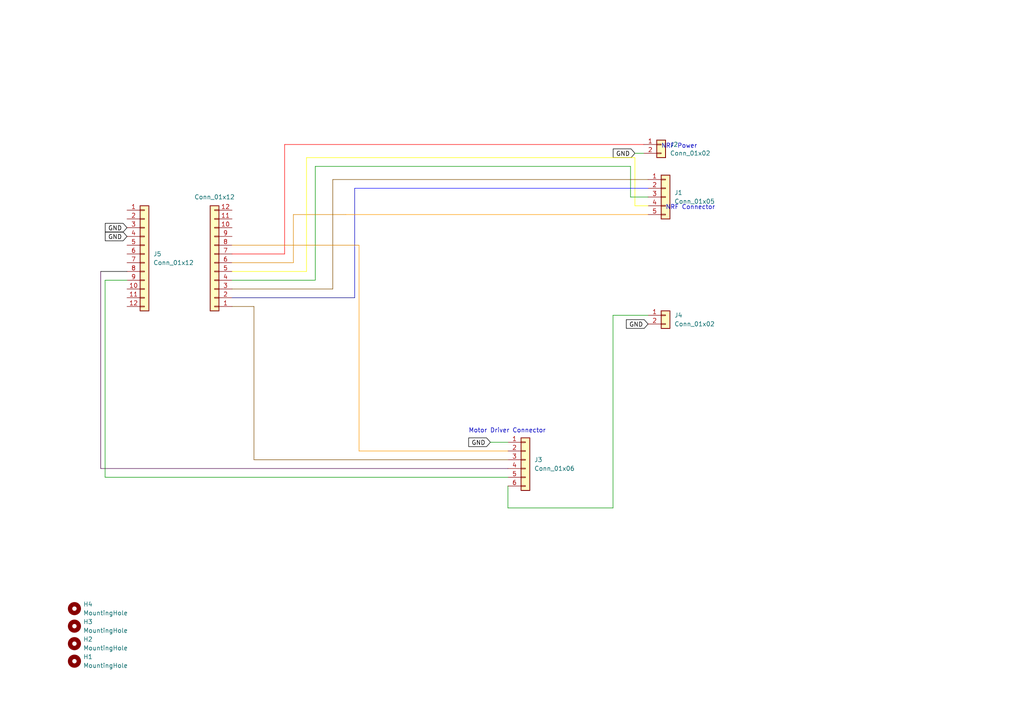
<source format=kicad_sch>
(kicad_sch (version 20230121) (generator eeschema)
  (paper "A4")
  (lib_symbols
    (symbol "Connector_Generic:Conn_01x02" (pin_names (offset 1.016) hide)
      (property "Reference" "J" (at 0 2.54 0))
      (property "Value" "Conn_01x02" (at 0 -5.08 0))
      (symbol "Conn_01x02_1_1"
        (rectangle (start -1.27 -2.413) (end 0 -2.667) (stroke (width 0.1524)))
        (rectangle (start -1.27 0.127) (end 0 -0.127) (stroke (width 0.1524)))
        (rectangle (start -1.27 1.27) (end 1.27 -3.81) (stroke (width 0.254)) (fill (type background)))
        (pin passive line (at -5.08 0 0) (length 3.81) (name "Pin_1") (number "1"))
        (pin passive line (at -5.08 -2.54 0) (length 3.81) (name "Pin_2") (number "2"))
      )
    )
    (symbol "Connector_Generic:Conn_01x05" (pin_names (offset 1.016) hide)
      (property "Reference" "J" (at 0 7.62 0))
      (property "Value" "Conn_01x05" (at 0 -7.62 0))
      (symbol "Conn_01x05_1_1"
        (rectangle (start -1.27 -4.953) (end 0 -5.207) (stroke (width 0.1524)))
        (rectangle (start -1.27 -2.413) (end 0 -2.667) (stroke (width 0.1524)))
        (rectangle (start -1.27 0.127) (end 0 -0.127) (stroke (width 0.1524)))
        (rectangle (start -1.27 2.667) (end 0 2.413) (stroke (width 0.1524)))
        (rectangle (start -1.27 5.207) (end 0 4.953) (stroke (width 0.1524)))
        (rectangle (start -1.27 6.35) (end 1.27 -6.35) (stroke (width 0.254)) (fill (type background)))
        (pin passive line (at -5.08 5.08 0) (length 3.81) (name "Pin_1") (number "1"))
        (pin passive line (at -5.08 2.54 0) (length 3.81) (name "Pin_2") (number "2"))
        (pin passive line (at -5.08 0 0) (length 3.81) (name "Pin_3") (number "3"))
        (pin passive line (at -5.08 -2.54 0) (length 3.81) (name "Pin_4") (number "4"))
        (pin passive line (at -5.08 -5.08 0) (length 3.81) (name "Pin_5") (number "5"))
      )
    )
    (symbol "Connector_Generic:Conn_01x06" (pin_names (offset 1.016) hide)
      (property "Reference" "J" (at 0 7.62 0))
      (property "Value" "Conn_01x06" (at 0 -10.16 0))
      (symbol "Conn_01x06_1_1"
        (rectangle (start -1.27 -7.493) (end 0 -7.747) (stroke (width 0.1524)))
        (rectangle (start -1.27 -4.953) (end 0 -5.207) (stroke (width 0.1524)))
        (rectangle (start -1.27 -2.413) (end 0 -2.667) (stroke (width 0.1524)))
        (rectangle (start -1.27 0.127) (end 0 -0.127) (stroke (width 0.1524)))
        (rectangle (start -1.27 2.667) (end 0 2.413) (stroke (width 0.1524)))
        (rectangle (start -1.27 5.207) (end 0 4.953) (stroke (width 0.1524)))
        (rectangle (start -1.27 6.35) (end 1.27 -8.89) (stroke (width 0.254)) (fill (type background)))
        (pin passive line (at -5.08 5.08 0) (length 3.81) (name "Pin_1") (number "1"))
        (pin passive line (at -5.08 2.54 0) (length 3.81) (name "Pin_2") (number "2"))
        (pin passive line (at -5.08 0 0) (length 3.81) (name "Pin_3") (number "3"))
        (pin passive line (at -5.08 -2.54 0) (length 3.81) (name "Pin_4") (number "4"))
        (pin passive line (at -5.08 -5.08 0) (length 3.81) (name "Pin_5") (number "5"))
        (pin passive line (at -5.08 -7.62 0) (length 3.81) (name "Pin_6") (number "6"))
      )
    )
    (symbol "Connector_Generic:Conn_01x12" (pin_names (offset 1.016) hide)
      (property "Reference" "J" (at 0 15.24 0))
      (property "Value" "Conn_01x12" (at 0 -17.78 0))
      (symbol "Conn_01x12_1_1"
        (rectangle (start -1.27 -15.113) (end 0 -15.367) (stroke (width 0.1524)))
        (rectangle (start -1.27 -12.573) (end 0 -12.827) (stroke (width 0.1524)))
        (rectangle (start -1.27 -10.033) (end 0 -10.287) (stroke (width 0.1524)))
        (rectangle (start -1.27 -7.493) (end 0 -7.747) (stroke (width 0.1524)))
        (rectangle (start -1.27 -4.953) (end 0 -5.207) (stroke (width 0.1524)))
        (rectangle (start -1.27 -2.413) (end 0 -2.667) (stroke (width 0.1524)))
        (rectangle (start -1.27 0.127) (end 0 -0.127) (stroke (width 0.1524)))
        (rectangle (start -1.27 2.667) (end 0 2.413) (stroke (width 0.1524)))
        (rectangle (start -1.27 5.207) (end 0 4.953) (stroke (width 0.1524)))
        (rectangle (start -1.27 7.747) (end 0 7.493) (stroke (width 0.1524)))
        (rectangle (start -1.27 10.287) (end 0 10.033) (stroke (width 0.1524)))
        (rectangle (start -1.27 12.827) (end 0 12.573) (stroke (width 0.1524)))
        (rectangle (start -1.27 13.97) (end 1.27 -16.51) (stroke (width 0.254)) (fill (type background)))
        (pin passive line (at -5.08 12.7 0) (length 3.81) (name "Pin_1") (number "1"))
        (pin passive line (at -5.08 -10.16 0) (length 3.81) (name "Pin_10") (number "10"))
        (pin passive line (at -5.08 -12.7 0) (length 3.81) (name "Pin_11") (number "11"))
        (pin passive line (at -5.08 -15.24 0) (length 3.81) (name "Pin_12") (number "12"))
        (pin passive line (at -5.08 10.16 0) (length 3.81) (name "Pin_2") (number "2"))
        (pin passive line (at -5.08 7.62 0) (length 3.81) (name "Pin_3") (number "3"))
        (pin passive line (at -5.08 5.08 0) (length 3.81) (name "Pin_4") (number "4"))
        (pin passive line (at -5.08 2.54 0) (length 3.81) (name "Pin_5") (number "5"))
        (pin passive line (at -5.08 0 0) (length 3.81) (name "Pin_6") (number "6"))
        (pin passive line (at -5.08 -2.54 0) (length 3.81) (name "Pin_7") (number "7"))
        (pin passive line (at -5.08 -5.08 0) (length 3.81) (name "Pin_8") (number "8"))
        (pin passive line (at -5.08 -7.62 0) (length 3.81) (name "Pin_9") (number "9"))
      )
    )
    (symbol "Mechanical:MountingHole" (pin_names (offset 1.016))
      (property "Reference" "H" (at 0 5.08 0))
      (property "Value" "MountingHole" (at 0 3.175 0))
      (symbol "MountingHole_0_1"
        (circle (center 0 0) (radius 1.27) (stroke (width 1.27)))
      )
    )
  )
  (wire (pts (xy 182.88 48.26) (xy 91.44 48.26)))
  (wire (pts (xy 177.8 91.44) (xy 187.96 91.44)))
  (wire (pts (xy 104.14 130.81) (xy 147.32 130.81)) (stroke (width 0) (color 255 153 0 1)))
  (wire (pts (xy 187.96 57.15) (xy 182.88 57.15)))
  (wire (pts (xy 182.88 57.15) (xy 182.88 48.26)))
  (wire (pts (xy 73.66 88.9) (xy 67.31 88.9)) (stroke (width 0) (color 128 77 0 1)))
  (wire (pts (xy 88.9 78.74) (xy 67.31 78.74)) (stroke (width 0) (color 255 255 0 1)))
  (wire (pts (xy 102.87 54.61) (xy 187.96 54.61)) (stroke (width 0) (color 0 0 255 1)))
  (wire (pts (xy 73.66 133.35) (xy 147.32 133.35)) (stroke (width 0) (color 128 77 0 1)))
  (wire (pts (xy 30.48 81.28) (xy 30.48 138.43)))
  (wire (pts (xy 29.21 135.89) (xy 147.32 135.89)) (stroke (width 0) (color 72 0 72 1)))
  (wire (pts (xy 147.32 147.32) (xy 177.8 147.32)))
  (wire (pts (xy 30.48 138.43) (xy 147.32 138.43)))
  (wire (pts (xy 82.55 41.91) (xy 82.55 73.66)) (stroke (width 0) (color 255 0 0 1)))
  (wire (pts (xy 82.55 41.91) (xy 186.69 41.91)) (stroke (width 0) (color 255 0 0 1)))
  (wire (pts (xy 73.66 133.35) (xy 73.66 88.9)) (stroke (width 0) (color 128 77 0 1)))
  (wire (pts (xy 184.15 59.69) (xy 184.15 45.72)) (stroke (width 0) (color 255 255 0 1)))
  (wire (pts (xy 82.55 73.66) (xy 67.31 73.66)) (stroke (width 0) (color 255 0 0 1)))
  (wire (pts (xy 104.14 71.12) (xy 104.14 130.81)) (stroke (width 0) (color 255 153 0 1)))
  (wire (pts (xy 91.44 48.26) (xy 91.44 81.28)))
  (wire (pts (xy 67.31 71.12) (xy 104.14 71.12)) (stroke (width 0) (color 221 133 0 1)))
  (wire (pts (xy 102.87 54.61) (xy 102.87 86.36)) (stroke (width 0) (color 0 0 194 1)))
  (wire (pts (xy 96.52 83.82) (xy 67.31 83.82)) (stroke (width 0) (color 128 77 0 1)))
  (wire (pts (xy 91.44 81.28) (xy 67.31 81.28)))
  (wire (pts (xy 100.33 62.23) (xy 187.96 62.23)) (stroke (width 0) (color 255 153 0 1)))
  (wire (pts (xy 100.33 62.23) (xy 85.09 62.23)) (stroke (width 0) (color 221 133 0 1)))
  (wire (pts (xy 88.9 45.72) (xy 88.9 78.74)) (stroke (width 0) (color 255 255 0 1)))
  (wire (pts (xy 147.32 140.97) (xy 147.32 147.32)))
  (wire (pts (xy 96.52 52.07) (xy 187.96 52.07)) (stroke (width 0) (color 128 77 0 1)))
  (wire (pts (xy 186.69 44.45) (xy 184.15 44.45)))
  (wire (pts (xy 102.87 86.36) (xy 67.31 86.36)) (stroke (width 0) (color 0 0 132 1)))
  (wire (pts (xy 30.48 81.28) (xy 36.83 81.28)))
  (wire (pts (xy 96.52 52.07) (xy 96.52 83.82)) (stroke (width 0) (color 128 77 0 1)))
  (wire (pts (xy 187.96 59.69) (xy 184.15 59.69)) (stroke (width 0) (color 255 255 0 1)))
  (wire (pts (xy 177.8 147.32) (xy 177.8 91.44)))
  (wire (pts (xy 85.09 76.2) (xy 67.31 76.2)) (stroke (width 0) (color 221 133 0 1)))
  (wire (pts (xy 29.21 78.74) (xy 29.21 135.89)) (stroke (width 0) (color 72 0 72 1)))
  (wire (pts (xy 184.15 45.72) (xy 88.9 45.72)) (stroke (width 0) (color 255 255 0 1)))
  (wire (pts (xy 147.32 128.27) (xy 142.24 128.27)))
  (wire (pts (xy 29.21 78.74) (xy 36.83 78.74)) (stroke (width 0) (color 0 0 0 1)))
  (wire (pts (xy 85.09 62.23) (xy 85.09 76.2)) (stroke (width 0) (color 221 133 0 1)))
  (text "Motor Driver Connector\n" (at 135.89 125.73 0) (effects (font (size 1.27 1.27)) (justify left bottom)))
  (text "NRF Connector\n" (at 193.04 60.96 0) (effects (font (size 1.27 1.27)) (justify left bottom)))
  (text "NRF Power\n" (at 191.77 43.18 0) (effects (font (size 1.27 1.27)) (justify left bottom)))
  (global_label "GND" (shape input) (at 142.24 128.27 180) (property "Intersheetrefs" "${INTERSHEET_REFS}" (effects hide)))
  (global_label "GND" (shape input) (at 36.83 68.58 180) (property "Intersheetrefs" "${INTERSHEET_REFS}" (effects hide)))
  (global_label "GND" (shape input) (at 184.15 44.45 180) (property "Intersheetrefs" "${INTERSHEET_REFS}" (effects hide)))
  (global_label "GND" (shape input) (at 36.83 66.04 180) (property "Intersheetrefs" "${INTERSHEET_REFS}" (effects hide)))
  (global_label "GND" (shape input) (at 187.96 93.98 180) (property "Intersheetrefs" "${INTERSHEET_REFS}" (effects hide)))
  (symbol (lib_id "Connector_Generic:Conn_01x12") (at 41.91 73.66 0) (unit 1)
    (property "Reference" "J5" (at 44.45 73.66 0) (effects (justify left)))
    (property "Value" "Conn_01x12" (at 44.45 76.2 0) (effects (justify left)))
    (property "Footprint" "Connector_PinSocket_2.54mm:PinSocket_1x12_P2.54mm_Vertical" (effects hide))
  )
  (symbol (lib_id "Mechanical:MountingHole") (at 21.59 186.69 0) (unit 1)
    (property "Reference" "H2" (at 24.13 185.42 0) (effects (justify left)))
    (property "Value" "MountingHole" (at 24.13 187.96 0) (effects (justify left)))
    (property "Footprint" "MountingHole:MountingHole_3.2mm_M3" (effects hide))
  )
  (symbol (lib_id "Mechanical:MountingHole") (at 21.59 181.61 0) (unit 1)
    (property "Reference" "H3" (at 24.13 180.34 0) (effects (justify left)))
    (property "Value" "MountingHole" (at 24.13 182.88 0) (effects (justify left)))
    (property "Footprint" "MountingHole:MountingHole_3.2mm_M3" (effects hide))
  )
  (symbol (lib_id "Mechanical:MountingHole") (at 21.59 191.77 0) (unit 1)
    (property "Reference" "H1" (at 24.13 190.5 0) (effects (justify left)))
    (property "Value" "MountingHole" (at 24.13 193.04 0) (effects (justify left)))
    (property "Footprint" "MountingHole:MountingHole_3.2mm_M3" (effects hide))
  )
  (symbol (lib_id "Connector_Generic:Conn_01x12") (at 62.23 76.2 180) (unit 1)
    (property "Reference" "J6" (effects hide))
    (property "Value" "Conn_01x12" (at 62.23 57.15 0))
    (property "Footprint" "Connector_PinSocket_2.54mm:PinSocket_1x12_P2.54mm_Vertical" (effects hide))
  )
  (symbol (lib_id "Mechanical:MountingHole") (at 21.59 176.53 0) (unit 1)
    (property "Reference" "H4" (at 24.13 175.26 0) (effects (justify left)))
    (property "Value" "MountingHole" (at 24.13 177.8 0) (effects (justify left)))
    (property "Footprint" "MountingHole:MountingHole_3.2mm_M3" (effects hide))
  )
  (symbol (lib_id "Connector_Generic:Conn_01x02") (at 191.77 41.91 0) (unit 1)
    (property "Reference" "J2" (at 194.31 41.91 0) (effects (justify left)))
    (property "Value" "Conn_01x02" (at 194.31 44.45 0) (effects (justify left)))
    (property "Footprint" "Connector_PinSocket_2.54mm:PinSocket_1x02_P2.54mm_Vertical" (effects hide))
  )
  (symbol (lib_id "Connector_Generic:Conn_01x05") (at 193.04 57.15 0) (unit 1)
    (property "Reference" "J1" (at 195.58 55.88 0) (effects (justify left)))
    (property "Value" "Conn_01x05" (at 195.58 58.42 0) (effects (justify left)))
    (property "Footprint" "Connector_PinSocket_2.54mm:PinSocket_1x05_P2.54mm_Vertical" (effects hide))
  )
  (symbol (lib_id "Connector_Generic:Conn_01x06") (at 152.4 133.35 0) (unit 1)
    (property "Reference" "J3" (at 154.94 133.35 0) (effects (justify left)))
    (property "Value" "Conn_01x06" (at 154.94 135.89 0) (effects (justify left)))
    (property "Footprint" "Connector_PinSocket_2.54mm:PinSocket_1x06_P2.54mm_Vertical" (effects hide))
  )
  (symbol (lib_id "Connector_Generic:Conn_01x02") (at 193.04 91.44 0) (unit 1)
    (property "Reference" "J4" (at 195.58 91.44 0) (effects (justify left)))
    (property "Value" "Conn_01x02" (at 195.58 93.98 0) (effects (justify left)))
    (property "Footprint" "Connector_PinSocket_2.54mm:PinSocket_1x01_P2.54mm_Vertical" (effects hide))
  )
)
</source>
